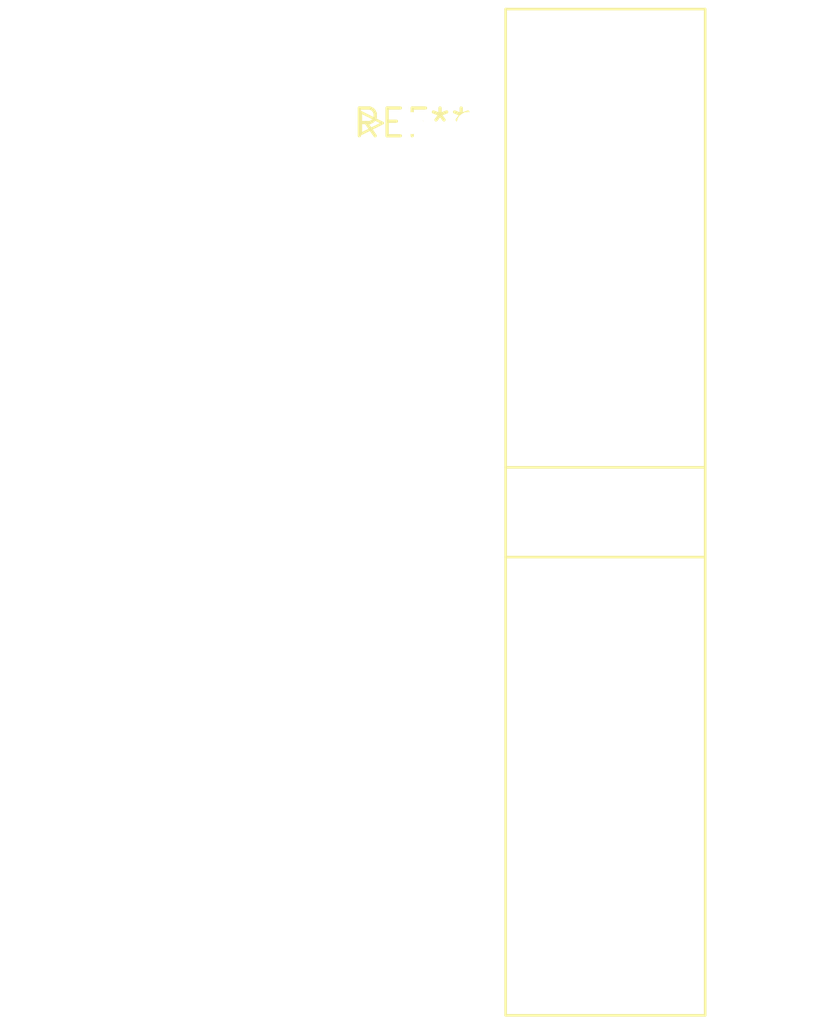
<source format=kicad_pcb>
(kicad_pcb (version 20240108) (generator pcbnew)
  (layers (0 "F.Cu" signal) (31 "B.Cu" signal) (34 "B.Paste" user) (35 "F.Paste" user) (36 "B.SilkS" user "B.Silkscreen") (37 "F.SilkS" user "F.Silkscreen") (38 "B.Mask" user) (39 "F.Mask" user) (44 "Edge.Cuts" user))
  (net 0 "")
  (footprint "IDC-Header_2x15_P2.54mm_Horizontal" (layer "F.Cu") (at 0 0)
    (property "Reference" "REF**")
    (property "Value" "IDC-Header_2x15_P2.54mm_Horizontal")
    (fp_line (start -2.35 -0.5) (end -2.35 0.5) (layer "F.SilkS") (stroke (width 0.12)))
    (fp_line (start -2.35 0.5) (end -1.35 0) (layer "F.SilkS") (stroke (width 0.12)))
    (fp_line (start -1.35 0) (end -2.35 -0.5) (layer "F.SilkS") (stroke (width 0.12)))
    (fp_line (start 4.27 -5.21) (end 13.39 -5.21) (layer "F.SilkS") (stroke (width 0.12)))
    (fp_line (start 4.27 15.73) (end 13.39 15.73) (layer "F.SilkS") (stroke (width 0.12)))
    (fp_line (start 4.27 19.83) (end 13.39 19.83) (layer "F.SilkS") (stroke (width 0.12)))
    (fp_line (start 4.27 40.77) (end 4.27 -5.21) (layer "F.SilkS") (stroke (width 0.12)))
    (fp_line (start 13.39 -5.21) (end 13.39 40.77) (layer "F.SilkS") (stroke (width 0.12)))
    (fp_line (start 13.39 40.77) (end 4.27 40.77) (layer "F.SilkS") (stroke (width 0.12)))
    (pad "1" thru_hole roundrect (at 0 0) (size 1.7 1.7) (drill 1) (layers *.Cu *.Mask) (remove_unused_layers) (roundrect_rratio 0.147059))
    (pad "2" thru_hole circle (at 2.54 0) (size 1.7 1.7) (drill 1) (layers *.Cu *.Mask) (remove_unused_layers))
    (pad "3" thru_hole circle (at 0 2.54) (size 1.7 1.7) (drill 1) (layers *.Cu *.Mask) (remove_unused_layers))
    (pad "4" thru_hole circle (at 2.54 2.54) (size 1.7 1.7) (drill 1) (layers *.Cu *.Mask) (remove_unused_layers))
    (pad "5" thru_hole circle (at 0 5.08) (size 1.7 1.7) (drill 1) (layers *.Cu *.Mask) (remove_unused_layers))
    (pad "6" thru_hole circle (at 2.54 5.08) (size 1.7 1.7) (drill 1) (layers *.Cu *.Mask) (remove_unused_layers))
    (pad "7" thru_hole circle (at 0 7.62) (size 1.7 1.7) (drill 1) (layers *.Cu *.Mask) (remove_unused_layers))
    (pad "8" thru_hole circle (at 2.54 7.62) (size 1.7 1.7) (drill 1) (layers *.Cu *.Mask) (remove_unused_layers))
    (pad "9" thru_hole circle (at 0 10.16) (size 1.7 1.7) (drill 1) (layers *.Cu *.Mask) (remove_unused_layers))
    (pad "10" thru_hole circle (at 2.54 10.16) (size 1.7 1.7) (drill 1) (layers *.Cu *.Mask) (remove_unused_layers))
    (pad "11" thru_hole circle (at 0 12.7) (size 1.7 1.7) (drill 1) (layers *.Cu *.Mask) (remove_unused_layers))
    (pad "12" thru_hole circle (at 2.54 12.7) (size 1.7 1.7) (drill 1) (layers *.Cu *.Mask) (remove_unused_layers))
    (pad "13" thru_hole circle (at 0 15.24) (size 1.7 1.7) (drill 1) (layers *.Cu *.Mask) (remove_unused_layers))
    (pad "14" thru_hole circle (at 2.54 15.24) (size 1.7 1.7) (drill 1) (layers *.Cu *.Mask) (remove_unused_layers))
    (pad "15" thru_hole circle (at 0 17.78) (size 1.7 1.7) (drill 1) (layers *.Cu *.Mask) (remove_unused_layers))
    (pad "16" thru_hole circle (at 2.54 17.78) (size 1.7 1.7) (drill 1) (layers *.Cu *.Mask) (remove_unused_layers))
    (pad "17" thru_hole circle (at 0 20.32) (size 1.7 1.7) (drill 1) (layers *.Cu *.Mask) (remove_unused_layers))
    (pad "18" thru_hole circle (at 2.54 20.32) (size 1.7 1.7) (drill 1) (layers *.Cu *.Mask) (remove_unused_layers))
    (pad "19" thru_hole circle (at 0 22.86) (size 1.7 1.7) (drill 1) (layers *.Cu *.Mask) (remove_unused_layers))
    (pad "20" thru_hole circle (at 2.54 22.86) (size 1.7 1.7) (drill 1) (layers *.Cu *.Mask) (remove_unused_layers))
    (pad "21" thru_hole circle (at 0 25.4) (size 1.7 1.7) (drill 1) (layers *.Cu *.Mask) (remove_unused_layers))
    (pad "22" thru_hole circle (at 2.54 25.4) (size 1.7 1.7) (drill 1) (layers *.Cu *.Mask) (remove_unused_layers))
    (pad "23" thru_hole circle (at 0 27.94) (size 1.7 1.7) (drill 1) (layers *.Cu *.Mask) (remove_unused_layers))
    (pad "24" thru_hole circle (at 2.54 27.94) (size 1.7 1.7) (drill 1) (layers *.Cu *.Mask) (remove_unused_layers))
    (pad "25" thru_hole circle (at 0 30.48) (size 1.7 1.7) (drill 1) (layers *.Cu *.Mask) (remove_unused_layers))
    (pad "26" thru_hole circle (at 2.54 30.48) (size 1.7 1.7) (drill 1) (layers *.Cu *.Mask) (remove_unused_layers))
    (pad "27" thru_hole circle (at 0 33.02) (size 1.7 1.7) (drill 1) (layers *.Cu *.Mask) (remove_unused_layers))
    (pad "28" thru_hole circle (at 2.54 33.02) (size 1.7 1.7) (drill 1) (layers *.Cu *.Mask) (remove_unused_layers))
    (pad "29" thru_hole circle (at 0 35.56) (size 1.7 1.7) (drill 1) (layers *.Cu *.Mask) (remove_unused_layers))
    (pad "30" thru_hole circle (at 2.54 35.56) (size 1.7 1.7) (drill 1) (layers *.Cu *.Mask) (remove_unused_layers))
  )
)
</source>
